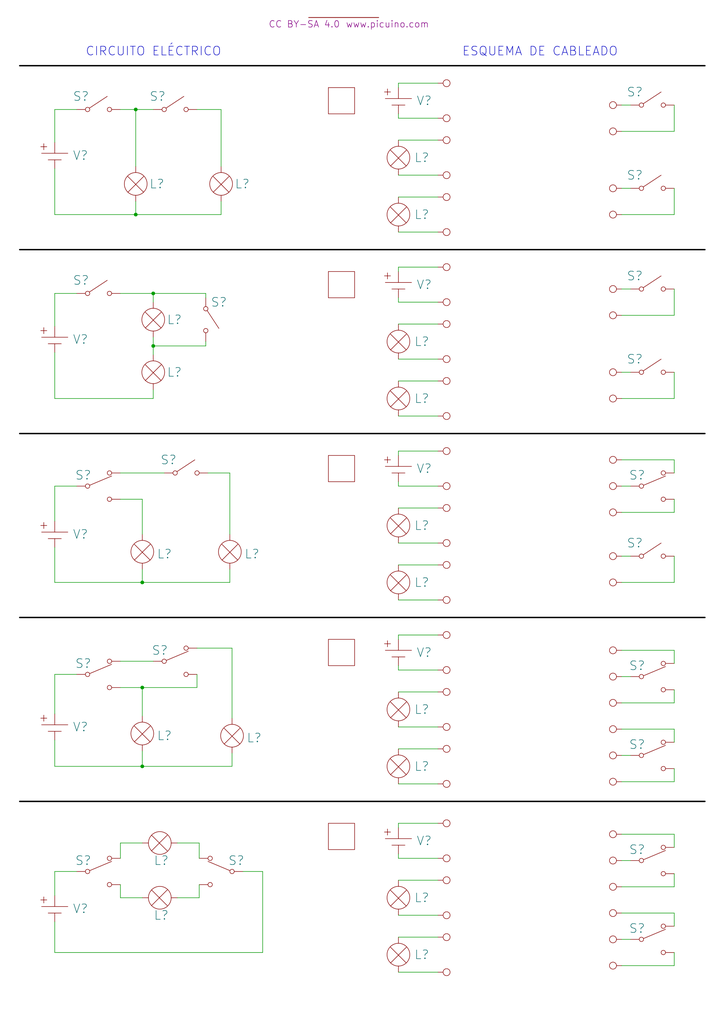
<source format=kicad_sch>
(kicad_sch (version 20211123) (generator eeschema)
  (paper "A4" portrait)
  (title_block (title "Cableado eléctrico") (date "19/10/2018") (company "www.picuino.com") (comment 1 "Copyright (c) 2018 by Carlos Pardo") (comment 2 "License CC BY-SA 4.0"))
  (lib_symbols
    (symbol "electric-cableado-rescue:CopyRight-simbolos" (pin_names (offset 1.016))
      (property "License" "CC BY-SA 4.0" (at -1.27 -1.27 0))
      (property "Web" "www.picuino.com" (at 0 -1.27 0))
      (symbol "CopyRight-simbolos_0_1"
        (polyline (pts (xy -10.16 0) (xy 10.16 0)) (stroke (width 0.2032)))
      )
    )
    (symbol "electric-cableado-rescue:Pila-simbolos" (pin_names (offset 1.016))
      (property "Reference" "V" (at 5.08 -4.445 0))
      (symbol "Pila-simbolos_0_1"
        (polyline (pts (xy -4.064 -1.27) (xy -2.286 -1.27)))
        (polyline (pts (xy -3.81 -3.175) (xy 3.81 -3.175)))
        (polyline (pts (xy -3.175 -0.381) (xy -3.175 -2.159)))
        (polyline (pts (xy -1.905 -5.08) (xy 1.905 -5.08)))
      )
      (symbol "Pila-simbolos_1_1"
        (pin input line (at 0 -7.62 90) (length 2.54) (name "") (number ""))
        (pin input line (at 0 0 270) (length 3.175) (name "") (number ""))
      )
    )
    (symbol "electric-cableado-rescue:conector-simbolos" (pin_names (offset 1.016))
      (symbol "conector-simbolos_0_1"
        (circle (center 2.54 0) (radius 1.016))
      )
      (symbol "conector-simbolos_1_1"
        (pin input line (at 0 0 0) (length 1.524) (name "") (number ""))
      )
    )
    (symbol "electric-cableado-rescue:lampara-simbolos" (pin_names (offset 1.016))
      (property "Reference" "L" (at 4.445 -5.08 0))
      (symbol "lampara-simbolos_0_1"
        (circle (center 0 -5.08) (radius 3.302))
        (polyline (pts (xy -2.286 -7.493) (xy 2.286 -2.921)))
        (polyline (pts (xy -2.286 -2.921) (xy 2.286 -7.493)))
      )
      (symbol "lampara-simbolos_1_1"
        (pin input line (at 0 -10.16 90) (length 1.778) (name "") (number ""))
        (pin input line (at 0 0 270) (length 1.778) (name "") (number ""))
      )
    )
    (symbol "electric-cableado-rescue:numero-simbolos" (pin_names (offset 1.016))
      (property "Value" "numero-simbolos" (at 0 0 0))
      (symbol "numero-simbolos_0_1"
        (rectangle (start -3.81 3.81) (end 3.81 -3.81))
      )
    )
    (symbol "electric-cableado-rescue:selector-simbolos" (pin_names (offset 1.016))
      (property "Reference" "S" (at 4.445 3.175 0))
      (symbol "selector-simbolos_0_0"
        (circle (center 3.175 0) (radius 0.635))
        (circle (center 9.525 -3.81) (radius 0.635))
        (circle (center 9.525 3.81) (radius 0.635))
      )
      (symbol "selector-simbolos_0_1"
        (polyline (pts (xy 10.16 2.921) (xy 3.81 0.254)))
      )
      (symbol "selector-simbolos_1_1"
        (pin input line (at 0 0 0) (length 2.54) (name "") (number ""))
        (pin input line (at 12.7 -3.81 180) (length 2.54) (name "") (number ""))
        (pin input line (at 12.7 3.81 180) (length 2.54) (name "") (number ""))
      )
    )
    (symbol "electric-cableado-rescue:switch-simbolos" (pin_names (offset 1.016))
      (property "Reference" "S" (at 4.445 3.175 0))
      (symbol "switch-simbolos_0_0"
        (polyline (pts (xy 8.89 3.81) (xy 3.683 0.381)))
        (circle (center 3.175 0) (radius 0.635))
        (circle (center 9.525 0) (radius 0.635))
      )
      (symbol "switch-simbolos_1_1"
        (pin input line (at 0 0 0) (length 2.54) (name "") (number ""))
        (pin input line (at 12.7 0 180) (length 2.54) (name "") (number ""))
      )
    )
  )
  (junction (at 41.275 199.39))
  (junction (at 41.275 222.25))
  (junction (at 39.37 62.23))
  (junction (at 41.275 168.91))
  (junction (at 39.37 31.75))
  (junction (at 44.45 100.33))
  (junction (at 44.45 85.09))
  (wire (pts (xy 34.925 31.75) (xy 39.37 31.75)))
  (polyline (pts (xy 5.715 232.41) (xy 204.47 232.41)) (stroke (width 0.4064) (type solid) (color 0 0 0 1)))
  (wire (pts (xy 195.58 226.695) (xy 195.58 222.885)))
  (wire (pts (xy 195.58 188.595) (xy 180.34 188.595)))
  (wire (pts (xy 115.57 217.17) (xy 127 217.17)))
  (wire (pts (xy 41.275 222.25) (xy 67.31 222.25)))
  (wire (pts (xy 41.275 199.39) (xy 57.15 199.39)))
  (wire (pts (xy 66.675 154.94) (xy 66.675 137.16)))
  (wire (pts (xy 115.57 265.43) (xy 127 265.43)))
  (wire (pts (xy 15.875 158.75) (xy 15.875 168.91)))
  (wire (pts (xy 115.57 194.31) (xy 115.57 193.04)))
  (wire (pts (xy 60.325 137.16) (xy 66.675 137.16)))
  (wire (pts (xy 180.34 38.1) (xy 195.58 38.1)))
  (wire (pts (xy 15.875 195.58) (xy 15.875 207.01)))
  (wire (pts (xy 44.45 113.03) (xy 44.45 115.57)))
  (wire (pts (xy 115.57 227.33) (xy 127 227.33)))
  (wire (pts (xy 180.34 226.695) (xy 195.58 226.695)))
  (wire (pts (xy 22.225 140.97) (xy 15.875 140.97)))
  (wire (pts (xy 115.57 67.31) (xy 127 67.31)))
  (wire (pts (xy 115.57 132.08) (xy 115.57 130.81)))
  (wire (pts (xy 59.69 85.09) (xy 59.69 86.36)))
  (wire (pts (xy 22.225 195.58) (xy 15.875 195.58)))
  (polyline (pts (xy 5.715 179.07) (xy 204.47 179.07)) (stroke (width 0.4064) (type solid) (color 0 0 0 1)))
  (wire (pts (xy 195.58 241.935) (xy 180.34 241.935)))
  (wire (pts (xy 115.57 255.27) (xy 127 255.27)))
  (wire (pts (xy 182.88 249.555) (xy 180.34 249.555)))
  (wire (pts (xy 57.15 199.39) (xy 57.15 195.58)))
  (wire (pts (xy 182.88 219.075) (xy 180.34 219.075)))
  (wire (pts (xy 182.88 83.82) (xy 180.34 83.82)))
  (wire (pts (xy 15.875 31.75) (xy 22.225 31.75)))
  (wire (pts (xy 115.57 50.8) (xy 127 50.8)))
  (polyline (pts (xy 5.715 19.05) (xy 204.47 19.05)) (stroke (width 0.4064) (type solid) (color 0 0 0 1)))
  (wire (pts (xy 41.275 165.1) (xy 41.275 168.91)))
  (wire (pts (xy 15.875 62.23) (xy 39.37 62.23)))
  (wire (pts (xy 115.57 281.94) (xy 127 281.94)))
  (wire (pts (xy 195.58 54.61) (xy 195.58 62.23)))
  (wire (pts (xy 115.57 248.92) (xy 127 248.92)))
  (wire (pts (xy 195.58 148.59) (xy 195.58 144.78)))
  (wire (pts (xy 115.57 57.15) (xy 127 57.15)))
  (wire (pts (xy 195.58 268.605) (xy 195.58 264.795)))
  (wire (pts (xy 195.58 107.95) (xy 195.58 115.57)))
  (wire (pts (xy 115.57 140.97) (xy 115.57 139.7)))
  (wire (pts (xy 15.875 48.895) (xy 15.875 62.23)))
  (wire (pts (xy 115.57 157.48) (xy 127 157.48)))
  (wire (pts (xy 15.875 85.09) (xy 22.225 85.09)))
  (wire (pts (xy 39.37 31.75) (xy 44.45 31.75)))
  (wire (pts (xy 15.875 267.335) (xy 15.875 276.225)))
  (wire (pts (xy 115.57 87.63) (xy 115.57 86.36)))
  (wire (pts (xy 115.57 210.82) (xy 127 210.82)))
  (wire (pts (xy 115.57 271.78) (xy 127 271.78)))
  (wire (pts (xy 15.875 140.97) (xy 15.875 151.13)))
  (wire (pts (xy 15.875 252.73) (xy 15.875 259.715)))
  (wire (pts (xy 115.57 173.99) (xy 127 173.99)))
  (wire (pts (xy 44.45 100.33) (xy 44.45 102.87)))
  (polyline (pts (xy 5.715 72.39) (xy 204.47 72.39)) (stroke (width 0.4064) (type solid) (color 0 0 0 1)))
  (wire (pts (xy 44.45 87.63) (xy 44.45 85.09)))
  (wire (pts (xy 182.88 54.61) (xy 180.34 54.61)))
  (wire (pts (xy 180.34 257.175) (xy 195.58 257.175)))
  (wire (pts (xy 57.785 260.35) (xy 57.785 256.54)))
  (wire (pts (xy 182.88 107.95) (xy 180.34 107.95)))
  (wire (pts (xy 70.485 252.73) (xy 76.2 252.73)))
  (wire (pts (xy 15.875 168.91) (xy 41.275 168.91)))
  (wire (pts (xy 34.925 256.54) (xy 34.925 260.35)))
  (wire (pts (xy 57.785 244.475) (xy 57.785 248.92)))
  (wire (pts (xy 59.69 100.33) (xy 44.45 100.33)))
  (wire (pts (xy 195.58 137.16) (xy 195.58 133.35)))
  (wire (pts (xy 115.57 194.31) (xy 127 194.31)))
  (wire (pts (xy 115.57 240.03) (xy 115.57 238.76)))
  (wire (pts (xy 115.57 34.29) (xy 115.57 33.02)))
  (wire (pts (xy 57.15 31.75) (xy 64.135 31.75)))
  (wire (pts (xy 115.57 200.66) (xy 127 200.66)))
  (wire (pts (xy 34.925 137.16) (xy 47.625 137.16)))
  (wire (pts (xy 51.435 260.35) (xy 57.785 260.35)))
  (wire (pts (xy 182.88 196.215) (xy 180.34 196.215)))
  (wire (pts (xy 115.57 248.92) (xy 115.57 247.65)))
  (wire (pts (xy 15.875 31.75) (xy 15.875 41.275)))
  (wire (pts (xy 115.57 238.76) (xy 127 238.76)))
  (wire (pts (xy 34.925 244.475) (xy 41.275 244.475)))
  (wire (pts (xy 76.2 252.73) (xy 76.2 276.225)))
  (wire (pts (xy 15.875 102.235) (xy 15.875 115.57)))
  (wire (pts (xy 182.88 272.415) (xy 180.34 272.415)))
  (wire (pts (xy 115.57 77.47) (xy 127 77.47)))
  (wire (pts (xy 115.57 40.64) (xy 127 40.64)))
  (wire (pts (xy 195.58 203.835) (xy 195.58 200.025)))
  (wire (pts (xy 39.37 62.23) (xy 64.135 62.23)))
  (wire (pts (xy 15.875 276.225) (xy 76.2 276.225)))
  (wire (pts (xy 195.58 83.82) (xy 195.58 91.44)))
  (wire (pts (xy 41.275 217.805) (xy 41.275 222.25)))
  (wire (pts (xy 66.675 168.91) (xy 66.675 165.1)))
  (wire (pts (xy 195.58 211.455) (xy 180.34 211.455)))
  (wire (pts (xy 182.88 30.48) (xy 180.34 30.48)))
  (polyline (pts (xy 5.715 125.73) (xy 204.47 125.73)) (stroke (width 0.4064) (type solid) (color 0 0 0 1)))
  (wire (pts (xy 34.925 248.92) (xy 34.925 244.475)))
  (wire (pts (xy 115.57 104.14) (xy 127 104.14)))
  (wire (pts (xy 195.58 30.48) (xy 195.58 38.1)))
  (wire (pts (xy 34.925 85.09) (xy 44.45 85.09)))
  (wire (pts (xy 34.925 260.35) (xy 41.275 260.35)))
  (wire (pts (xy 41.275 199.39) (xy 41.275 207.645)))
  (wire (pts (xy 15.875 85.09) (xy 15.875 94.615)))
  (wire (pts (xy 51.435 244.475) (xy 57.785 244.475)))
  (wire (pts (xy 195.58 192.405) (xy 195.58 188.595)))
  (wire (pts (xy 59.69 99.06) (xy 59.69 100.33)))
  (wire (pts (xy 115.57 185.42) (xy 115.57 184.15)))
  (wire (pts (xy 39.37 31.75) (xy 39.37 48.26)))
  (wire (pts (xy 15.875 115.57) (xy 44.45 115.57)))
  (wire (pts (xy 115.57 130.81) (xy 127 130.81)))
  (wire (pts (xy 115.57 120.65) (xy 127 120.65)))
  (wire (pts (xy 182.88 140.97) (xy 180.34 140.97)))
  (wire (pts (xy 34.925 144.78) (xy 41.275 144.78)))
  (wire (pts (xy 44.45 97.79) (xy 44.45 100.33)))
  (wire (pts (xy 41.275 168.91) (xy 66.675 168.91)))
  (wire (pts (xy 115.57 163.83) (xy 127 163.83)))
  (wire (pts (xy 180.34 203.835) (xy 195.58 203.835)))
  (wire (pts (xy 195.58 264.795) (xy 180.34 264.795)))
  (wire (pts (xy 34.925 191.77) (xy 44.45 191.77)))
  (wire (pts (xy 195.58 215.265) (xy 195.58 211.455)))
  (wire (pts (xy 180.34 148.59) (xy 195.58 148.59)))
  (wire (pts (xy 180.34 168.91) (xy 195.58 168.91)))
  (wire (pts (xy 195.58 133.35) (xy 180.34 133.35)))
  (wire (pts (xy 115.57 24.13) (xy 127 24.13)))
  (wire (pts (xy 41.275 144.78) (xy 41.275 154.94)))
  (wire (pts (xy 180.34 62.23) (xy 195.58 62.23)))
  (wire (pts (xy 115.57 25.4) (xy 115.57 24.13)))
  (wire (pts (xy 15.875 222.25) (xy 41.275 222.25)))
  (wire (pts (xy 195.58 280.035) (xy 195.58 276.225)))
  (wire (pts (xy 115.57 140.97) (xy 127 140.97)))
  (wire (pts (xy 115.57 93.98) (xy 127 93.98)))
  (wire (pts (xy 44.45 85.09) (xy 59.69 85.09)))
  (wire (pts (xy 67.31 218.44) (xy 67.31 222.25)))
  (wire (pts (xy 115.57 34.29) (xy 127 34.29)))
  (wire (pts (xy 180.34 91.44) (xy 195.58 91.44)))
  (wire (pts (xy 22.225 252.73) (xy 15.875 252.73)))
  (wire (pts (xy 115.57 110.49) (xy 127 110.49)))
  (wire (pts (xy 15.875 214.63) (xy 15.875 222.25)))
  (wire (pts (xy 115.57 78.74) (xy 115.57 77.47)))
  (wire (pts (xy 115.57 147.32) (xy 127 147.32)))
  (wire (pts (xy 195.58 161.29) (xy 195.58 168.91)))
  (wire (pts (xy 115.57 184.15) (xy 127 184.15)))
  (wire (pts (xy 64.135 31.75) (xy 64.135 48.26)))
  (wire (pts (xy 180.34 115.57) (xy 195.58 115.57)))
  (wire (pts (xy 67.31 187.96) (xy 67.31 208.28)))
  (wire (pts (xy 182.88 161.29) (xy 180.34 161.29)))
  (wire (pts (xy 195.58 245.745) (xy 195.58 241.935)))
  (wire (pts (xy 180.34 280.035) (xy 195.58 280.035)))
  (wire (pts (xy 34.925 199.39) (xy 41.275 199.39)))
  (wire (pts (xy 64.135 58.42) (xy 64.135 62.23)))
  (wire (pts (xy 115.57 87.63) (xy 127 87.63)))
  (wire (pts (xy 39.37 58.42) (xy 39.37 62.23)))
  (wire (pts (xy 57.15 187.96) (xy 67.31 187.96)))
  (wire (pts (xy 195.58 257.175) (xy 195.58 253.365)))
  (text "ESQUEMA DE CABLEADO" (at 133.985 16.51 0) (effects (font (size 2.54 2.54)) (justify left bottom)))
  (text "CIRCUITO ELÉCTRICO" (at 24.765 16.51 0) (effects (font (size 2.54 2.54)) (justify left bottom)))
  (symbol (lib_id "electric-cableado-rescue:Pila-simbolos") (at 15.875 207.01 0) (unit 1)
    (property "Reference" "V?" (at 20.955 210.82 0) (effects (font (size 2.54 2.54)) (justify left)))
  )
  (symbol (lib_id "electric-cableado-rescue:Pila-simbolos") (at 15.875 151.13 0) (unit 1)
    (property "Reference" "V?" (at 20.955 154.94 0) (effects (font (size 2.54 2.54)) (justify left)))
  )
  (symbol (lib_id "electric-cableado-rescue:lampara-simbolos") (at 66.675 154.94 0) (unit 1)
    (property "Reference" "L?" (at 70.7644 160.655 0) (effects (font (size 2.54 2.54)) (justify left)))
  )
  (symbol (lib_id "electric-cableado-rescue:lampara-simbolos") (at 41.275 154.94 0) (unit 1)
    (property "Reference" "L?" (at 45.3644 160.655 0) (effects (font (size 2.54 2.54)) (justify left)))
  )
  (symbol (lib_id "electric-cableado-rescue:lampara-simbolos") (at 115.57 147.32 0) (unit 1)
    (property "Reference" "L?" (at 120.015 152.4 0) (effects (font (size 2.54 2.54)) (justify left)))
  )
  (symbol (lib_id "electric-cableado-rescue:Pila-simbolos") (at 115.57 132.08 0) (unit 1)
    (property "Reference" "V?" (at 120.65 135.89 0) (effects (font (size 2.54 2.54)) (justify left)))
  )
  (symbol (lib_id "electric-cableado-rescue:lampara-simbolos") (at 115.57 163.83 0) (unit 1)
    (property "Reference" "L?" (at 120.015 168.91 0) (effects (font (size 2.54 2.54)) (justify left)))
  )
  (symbol (lib_id "electric-cableado-rescue:numero-simbolos") (at 99.06 135.89 0) (unit 1)
    (property "Reference" "N?" (effects hide))
  )
  (symbol (lib_id "electric-cableado-rescue:numero-simbolos") (at 99.06 189.23 0) (unit 1)
    (property "Reference" "N?" (effects hide))
  )
  (symbol (lib_id "electric-cableado-rescue:conector-simbolos") (at 127 130.81 0) (unit 1)
    (property "Reference" "o?" (effects hide))
  )
  (symbol (lib_id "electric-cableado-rescue:conector-simbolos") (at 127 140.97 0) (unit 1)
    (property "Reference" "o?" (effects hide))
  )
  (symbol (lib_id "electric-cableado-rescue:conector-simbolos") (at 127 147.32 0) (unit 1)
    (property "Reference" "o?" (effects hide))
  )
  (symbol (lib_id "electric-cableado-rescue:conector-simbolos") (at 127 157.48 0) (unit 1)
    (property "Reference" "o?" (effects hide))
  )
  (symbol (lib_id "electric-cableado-rescue:conector-simbolos") (at 127 163.83 0) (mirror x) (unit 1)
    (property "Reference" "o?" (effects hide))
  )
  (symbol (lib_id "electric-cableado-rescue:conector-simbolos") (at 127 173.99 0) (mirror x) (unit 1)
    (property "Reference" "o?" (effects hide))
  )
  (symbol (lib_id "electric-cableado-rescue:conector-simbolos") (at 180.34 161.29 180) (unit 1)
    (property "Reference" "o?" (effects hide))
  )
  (symbol (lib_id "electric-cableado-rescue:conector-simbolos") (at 180.34 168.91 180) (unit 1)
    (property "Reference" "o?" (effects hide))
  )
  (symbol (lib_id "electric-cableado-rescue:Pila-simbolos") (at 15.875 259.715 0) (unit 1)
    (property "Reference" "V?" (at 20.955 263.525 0) (effects (font (size 2.54 2.54)) (justify left)))
  )
  (symbol (lib_id "electric-cableado-rescue:lampara-simbolos") (at 51.435 260.35 270) (unit 1)
    (property "Reference" "L?" (at 44.45 265.43 90) (effects (font (size 2.54 2.54)) (justify left)))
  )
  (symbol (lib_id "electric-cableado-rescue:lampara-simbolos") (at 115.57 255.27 0) (unit 1)
    (property "Reference" "L?" (at 120.015 260.35 0) (effects (font (size 2.54 2.54)) (justify left)))
  )
  (symbol (lib_id "electric-cableado-rescue:Pila-simbolos") (at 115.57 240.03 0) (unit 1)
    (property "Reference" "V?" (at 120.65 243.84 0) (effects (font (size 2.54 2.54)) (justify left)))
  )
  (symbol (lib_id "electric-cableado-rescue:selector-simbolos") (at 182.88 249.555 0) (unit 1)
    (property "Reference" "S?" (at 187.325 246.38 0) (effects (font (size 2.54 2.54)) (justify right)))
  )
  (symbol (lib_id "electric-cableado-rescue:selector-simbolos") (at 182.88 272.415 0) (unit 1)
    (property "Reference" "S?" (at 187.325 269.24 0) (effects (font (size 2.54 2.54)) (justify right)))
  )
  (symbol (lib_id "electric-cableado-rescue:lampara-simbolos") (at 115.57 271.78 0) (unit 1)
    (property "Reference" "L?" (at 120.015 276.86 0) (effects (font (size 2.54 2.54)) (justify left)))
  )
  (symbol (lib_id "electric-cableado-rescue:numero-simbolos") (at 99.06 242.57 0) (unit 1)
    (property "Reference" "N?" (effects hide))
  )
  (symbol (lib_id "electric-cableado-rescue:conector-simbolos") (at 127 238.76 0) (unit 1)
    (property "Reference" "o?" (effects hide))
  )
  (symbol (lib_id "electric-cableado-rescue:conector-simbolos") (at 127 248.92 0) (unit 1)
    (property "Reference" "o?" (effects hide))
  )
  (symbol (lib_id "electric-cableado-rescue:conector-simbolos") (at 127 255.27 0) (unit 1)
    (property "Reference" "o?" (effects hide))
  )
  (symbol (lib_id "electric-cableado-rescue:conector-simbolos") (at 127 265.43 0) (unit 1)
    (property "Reference" "o?" (effects hide))
  )
  (symbol (lib_id "electric-cableado-rescue:conector-simbolos") (at 127 271.78 0) (mirror x) (unit 1)
    (property "Reference" "o?" (effects hide))
  )
  (symbol (lib_id "electric-cableado-rescue:conector-simbolos") (at 127 281.94 0) (mirror x) (unit 1)
    (property "Reference" "o?" (effects hide))
  )
  (symbol (lib_id "electric-cableado-rescue:conector-simbolos") (at 180.34 241.935 180) (unit 1)
    (property "Reference" "o?" (effects hide))
  )
  (symbol (lib_id "electric-cableado-rescue:conector-simbolos") (at 180.34 249.555 180) (unit 1)
    (property "Reference" "o?" (effects hide))
  )
  (symbol (lib_id "electric-cableado-rescue:conector-simbolos") (at 180.34 257.175 180) (unit 1)
    (property "Reference" "o?" (effects hide))
  )
  (symbol (lib_id "electric-cableado-rescue:conector-simbolos") (at 180.34 264.795 180) (unit 1)
    (property "Reference" "o?" (effects hide))
  )
  (symbol (lib_id "electric-cableado-rescue:conector-simbolos") (at 180.34 272.415 180) (unit 1)
    (property "Reference" "o?" (effects hide))
  )
  (symbol (lib_id "electric-cableado-rescue:conector-simbolos") (at 180.34 280.035 180) (unit 1)
    (property "Reference" "o?" (effects hide))
  )
  (symbol (lib_id "electric-cableado-rescue:switch-simbolos") (at 47.625 137.16 0) (unit 1)
    (property "Reference" "S?" (at 48.895 133.35 0) (effects (font (size 2.54 2.54))))
  )
  (symbol (lib_id "electric-cableado-rescue:switch-simbolos") (at 182.88 161.29 0) (unit 1)
    (property "Reference" "S?" (at 184.15 157.48 0) (effects (font (size 2.54 2.54))))
  )
  (symbol (lib_id "electric-cableado-rescue:lampara-simbolos") (at 41.275 207.645 0) (unit 1)
    (property "Reference" "L?" (at 45.3644 213.36 0) (effects (font (size 2.54 2.54)) (justify left)))
  )
  (symbol (lib_id "electric-cableado-rescue:lampara-simbolos") (at 67.31 208.28 0) (unit 1)
    (property "Reference" "L?" (at 71.3994 213.995 0) (effects (font (size 2.54 2.54)) (justify left)))
  )
  (symbol (lib_id "electric-cableado-rescue:lampara-simbolos") (at 115.57 200.66 0) (unit 1)
    (property "Reference" "L?" (at 120.015 205.74 0) (effects (font (size 2.54 2.54)) (justify left)))
  )
  (symbol (lib_id "electric-cableado-rescue:Pila-simbolos") (at 115.57 185.42 0) (unit 1)
    (property "Reference" "V?" (at 120.65 189.23 0) (effects (font (size 2.54 2.54)) (justify left)))
  )
  (symbol (lib_id "electric-cableado-rescue:lampara-simbolos") (at 115.57 217.17 0) (unit 1)
    (property "Reference" "L?" (at 120.015 222.25 0) (effects (font (size 2.54 2.54)) (justify left)))
  )
  (symbol (lib_id "electric-cableado-rescue:conector-simbolos") (at 127 184.15 0) (unit 1)
    (property "Reference" "o?" (effects hide))
  )
  (symbol (lib_id "electric-cableado-rescue:conector-simbolos") (at 127 194.31 0) (unit 1)
    (property "Reference" "o?" (effects hide))
  )
  (symbol (lib_id "electric-cableado-rescue:conector-simbolos") (at 127 200.66 0) (unit 1)
    (property "Reference" "o?" (effects hide))
  )
  (symbol (lib_id "electric-cableado-rescue:conector-simbolos") (at 127 210.82 0) (unit 1)
    (property "Reference" "o?" (effects hide))
  )
  (symbol (lib_id "electric-cableado-rescue:conector-simbolos") (at 127 217.17 0) (mirror x) (unit 1)
    (property "Reference" "o?" (effects hide))
  )
  (symbol (lib_id "electric-cableado-rescue:conector-simbolos") (at 127 227.33 0) (mirror x) (unit 1)
    (property "Reference" "o?" (effects hide))
  )
  (symbol (lib_id "electric-cableado-rescue:switch-simbolos") (at 22.225 31.75 0) (unit 1)
    (property "Reference" "S?" (at 23.495 27.94 0) (effects (font (size 2.54 2.54))))
  )
  (symbol (lib_id "electric-cableado-rescue:Pila-simbolos") (at 15.875 41.275 0) (unit 1)
    (property "Reference" "V?" (at 20.955 45.085 0) (effects (font (size 2.54 2.54)) (justify left)))
  )
  (symbol (lib_id "electric-cableado-rescue:lampara-simbolos") (at 39.37 48.26 0) (unit 1)
    (property "Reference" "L?" (at 43.18 53.34 0) (effects (font (size 2.54 2.54)) (justify left)))
  )
  (symbol (lib_id "electric-cableado-rescue:lampara-simbolos") (at 115.57 40.64 0) (unit 1)
    (property "Reference" "L?" (at 120.015 45.72 0) (effects (font (size 2.54 2.54)) (justify left)))
  )
  (symbol (lib_id "electric-cableado-rescue:Pila-simbolos") (at 115.57 25.4 0) (unit 1)
    (property "Reference" "V?" (at 120.65 29.21 0) (effects (font (size 2.54 2.54)) (justify left)))
  )
  (symbol (lib_id "electric-cableado-rescue:lampara-simbolos") (at 115.57 57.15 0) (unit 1)
    (property "Reference" "L?" (at 120.015 62.23 0) (effects (font (size 2.54 2.54)) (justify left)))
  )
  (symbol (lib_id "electric-cableado-rescue:conector-simbolos") (at 127 24.13 0) (unit 1)
    (property "Reference" "o?" (effects hide))
  )
  (symbol (lib_id "electric-cableado-rescue:conector-simbolos") (at 127 34.29 0) (unit 1)
    (property "Reference" "o?" (effects hide))
  )
  (symbol (lib_id "electric-cableado-rescue:conector-simbolos") (at 127 40.64 0) (unit 1)
    (property "Reference" "o?" (effects hide))
  )
  (symbol (lib_id "electric-cableado-rescue:conector-simbolos") (at 127 50.8 0) (unit 1)
    (property "Reference" "o?" (effects hide))
  )
  (symbol (lib_id "electric-cableado-rescue:conector-simbolos") (at 127 57.15 0) (mirror x) (unit 1)
    (property "Reference" "o?" (effects hide))
  )
  (symbol (lib_id "electric-cableado-rescue:conector-simbolos") (at 127 67.31 0) (mirror x) (unit 1)
    (property "Reference" "o?" (effects hide))
  )
  (symbol (lib_id "electric-cableado-rescue:conector-simbolos") (at 180.34 30.48 180) (unit 1)
    (property "Reference" "o?" (effects hide))
  )
  (symbol (lib_id "electric-cableado-rescue:conector-simbolos") (at 180.34 38.1 180) (unit 1)
    (property "Reference" "o?" (effects hide))
  )
  (symbol (lib_id "electric-cableado-rescue:conector-simbolos") (at 180.34 54.61 180) (unit 1)
    (property "Reference" "o?" (effects hide))
  )
  (symbol (lib_id "electric-cableado-rescue:conector-simbolos") (at 180.34 62.23 180) (unit 1)
    (property "Reference" "o?" (effects hide))
  )
  (symbol (lib_id "electric-cableado-rescue:switch-simbolos") (at 182.88 30.48 0) (unit 1)
    (property "Reference" "S?" (at 184.15 26.67 0) (effects (font (size 2.54 2.54))))
  )
  (symbol (lib_id "electric-cableado-rescue:switch-simbolos") (at 182.88 54.61 0) (unit 1)
    (property "Reference" "S?" (at 184.15 50.8 0) (effects (font (size 2.54 2.54))))
  )
  (symbol (lib_id "electric-cableado-rescue:numero-simbolos") (at 99.06 29.21 0) (unit 1)
    (property "Reference" "N?" (effects hide))
  )
  (symbol (lib_id "electric-cableado-rescue:lampara-simbolos") (at 64.135 48.26 0) (unit 1)
    (property "Reference" "L?" (at 67.945 53.34 0) (effects (font (size 2.54 2.54)) (justify left)))
  )
  (symbol (lib_id "electric-cableado-rescue:switch-simbolos") (at 44.45 31.75 0) (unit 1)
    (property "Reference" "S?" (at 45.72 27.94 0) (effects (font (size 2.54 2.54))))
  )
  (symbol (lib_id "electric-cableado-rescue:selector-simbolos") (at 22.225 140.97 0) (unit 1)
    (property "Reference" "S?" (at 26.67 137.795 0) (effects (font (size 2.54 2.54)) (justify right)))
  )
  (symbol (lib_id "electric-cableado-rescue:CopyRight-simbolos") (at 99.695 5.08 0) (unit 1)
    (property "Reference" "CP?" (effects hide))
    (property "License" "CC BY-SA 4.0" (at 88.265 6.985 0) (effects (font (size 1.905 1.905))))
    (property "Web" "www.picuino.com" (at 112.395 6.985 0) (effects (font (size 1.905 1.905))))
  )
  (symbol (lib_id "electric-cableado-rescue:selector-simbolos") (at 182.88 140.97 0) (unit 1)
    (property "Reference" "S?" (at 187.325 137.795 0) (effects (font (size 2.54 2.54)) (justify right)))
  )
  (symbol (lib_id "electric-cableado-rescue:conector-simbolos") (at 180.34 133.35 180) (unit 1)
    (property "Reference" "o?" (effects hide))
  )
  (symbol (lib_id "electric-cableado-rescue:conector-simbolos") (at 180.34 140.97 180) (unit 1)
    (property "Reference" "o?" (effects hide))
  )
  (symbol (lib_id "electric-cableado-rescue:conector-simbolos") (at 180.34 148.59 180) (unit 1)
    (property "Reference" "o?" (effects hide))
  )
  (symbol (lib_id "electric-cableado-rescue:selector-simbolos") (at 22.225 195.58 0) (unit 1)
    (property "Reference" "S?" (at 26.67 192.405 0) (effects (font (size 2.54 2.54)) (justify right)))
  )
  (symbol (lib_id "electric-cableado-rescue:selector-simbolos") (at 44.45 191.77 0) (unit 1)
    (property "Reference" "S?" (at 48.895 188.595 0) (effects (font (size 2.54 2.54)) (justify right)))
  )
  (symbol (lib_id "electric-cableado-rescue:selector-simbolos") (at 182.88 196.215 0) (unit 1)
    (property "Reference" "S?" (at 187.325 193.04 0) (effects (font (size 2.54 2.54)) (justify right)))
  )
  (symbol (lib_id "electric-cableado-rescue:selector-simbolos") (at 182.88 219.075 0) (unit 1)
    (property "Reference" "S?" (at 187.325 215.9 0) (effects (font (size 2.54 2.54)) (justify right)))
  )
  (symbol (lib_id "electric-cableado-rescue:conector-simbolos") (at 180.34 188.595 180) (unit 1)
    (property "Reference" "o?" (effects hide))
  )
  (symbol (lib_id "electric-cableado-rescue:conector-simbolos") (at 180.34 196.215 180) (unit 1)
    (property "Reference" "o?" (effects hide))
  )
  (symbol (lib_id "electric-cableado-rescue:conector-simbolos") (at 180.34 203.835 180) (unit 1)
    (property "Reference" "o?" (effects hide))
  )
  (symbol (lib_id "electric-cableado-rescue:conector-simbolos") (at 180.34 211.455 180) (unit 1)
    (property "Reference" "o?" (effects hide))
  )
  (symbol (lib_id "electric-cableado-rescue:conector-simbolos") (at 180.34 219.075 180) (unit 1)
    (property "Reference" "o?" (effects hide))
  )
  (symbol (lib_id "electric-cableado-rescue:conector-simbolos") (at 180.34 226.695 180) (unit 1)
    (property "Reference" "o?" (effects hide))
  )
  (symbol (lib_id "electric-cableado-rescue:switch-simbolos") (at 22.225 85.09 0) (unit 1)
    (property "Reference" "S?" (at 23.495 81.28 0) (effects (font (size 2.54 2.54))))
  )
  (symbol (lib_id "electric-cableado-rescue:Pila-simbolos") (at 15.875 94.615 0) (unit 1)
    (property "Reference" "V?" (at 20.955 98.425 0) (effects (font (size 2.54 2.54)) (justify left)))
  )
  (symbol (lib_id "electric-cableado-rescue:lampara-simbolos") (at 44.45 102.87 0) (unit 1)
    (property "Reference" "L?" (at 48.26 107.95 0) (effects (font (size 2.54 2.54)) (justify left)))
  )
  (symbol (lib_id "electric-cableado-rescue:lampara-simbolos") (at 115.57 93.98 0) (unit 1)
    (property "Reference" "L?" (at 120.015 99.06 0) (effects (font (size 2.54 2.54)) (justify left)))
  )
  (symbol (lib_id "electric-cableado-rescue:Pila-simbolos") (at 115.57 78.74 0) (unit 1)
    (property "Reference" "V?" (at 120.65 82.55 0) (effects (font (size 2.54 2.54)) (justify left)))
  )
  (symbol (lib_id "electric-cableado-rescue:lampara-simbolos") (at 115.57 110.49 0) (unit 1)
    (property "Reference" "L?" (at 120.015 115.57 0) (effects (font (size 2.54 2.54)) (justify left)))
  )
  (symbol (lib_id "electric-cableado-rescue:conector-simbolos") (at 127 77.47 0) (unit 1)
    (property "Reference" "o?" (effects hide))
  )
  (symbol (lib_id "electric-cableado-rescue:conector-simbolos") (at 127 87.63 0) (unit 1)
    (property "Reference" "o?" (effects hide))
  )
  (symbol (lib_id "electric-cableado-rescue:conector-simbolos") (at 127 93.98 0) (unit 1)
    (property "Reference" "o?" (effects hide))
  )
  (symbol (lib_id "electric-cableado-rescue:conector-simbolos") (at 127 104.14 0) (unit 1)
    (property "Reference" "o?" (effects hide))
  )
  (symbol (lib_id "electric-cableado-rescue:conector-simbolos") (at 127 110.49 0) (mirror x) (unit 1)
    (property "Reference" "o?" (effects hide))
  )
  (symbol (lib_id "electric-cableado-rescue:conector-simbolos") (at 127 120.65 0) (mirror x) (unit 1)
    (property "Reference" "o?" (effects hide))
  )
  (symbol (lib_id "electric-cableado-rescue:conector-simbolos") (at 180.34 83.82 180) (unit 1)
    (property "Reference" "o?" (effects hide))
  )
  (symbol (lib_id "electric-cableado-rescue:conector-simbolos") (at 180.34 91.44 180) (unit 1)
    (property "Reference" "o?" (effects hide))
  )
  (symbol (lib_id "electric-cableado-rescue:conector-simbolos") (at 180.34 107.95 180) (unit 1)
    (property "Reference" "o?" (effects hide))
  )
  (symbol (lib_id "electric-cableado-rescue:conector-simbolos") (at 180.34 115.57 180) (unit 1)
    (property "Reference" "o?" (effects hide))
  )
  (symbol (lib_id "electric-cableado-rescue:switch-simbolos") (at 182.88 83.82 0) (unit 1)
    (property "Reference" "S?" (at 184.15 80.01 0) (effects (font (size 2.54 2.54))))
  )
  (symbol (lib_id "electric-cableado-rescue:switch-simbolos") (at 182.88 107.95 0) (unit 1)
    (property "Reference" "S?" (at 184.15 104.14 0) (effects (font (size 2.54 2.54))))
  )
  (symbol (lib_id "electric-cableado-rescue:numero-simbolos") (at 99.06 82.55 0) (unit 1)
    (property "Reference" "N?" (effects hide))
  )
  (symbol (lib_id "electric-cableado-rescue:lampara-simbolos") (at 44.45 87.63 0) (unit 1)
    (property "Reference" "L?" (at 48.26 92.71 0) (effects (font (size 2.54 2.54)) (justify left)))
  )
  (symbol (lib_id "electric-cableado-rescue:switch-simbolos") (at 59.69 86.36 270) (unit 1)
    (property "Reference" "S?" (at 63.5 87.63 90) (effects (font (size 2.54 2.54))))
  )
  (symbol (lib_id "electric-cableado-rescue:lampara-simbolos") (at 51.435 244.475 270) (unit 1)
    (property "Reference" "L?" (at 44.45 249.555 90) (effects (font (size 2.54 2.54)) (justify left)))
  )
  (symbol (lib_id "electric-cableado-rescue:selector-simbolos") (at 22.225 252.73 0) (unit 1)
    (property "Reference" "S?" (at 26.67 249.555 0) (effects (font (size 2.54 2.54)) (justify right)))
  )
  (symbol (lib_id "electric-cableado-rescue:selector-simbolos") (at 70.485 252.73 0) (mirror y) (unit 1)
    (property "Reference" "S?" (at 66.04 249.555 0) (effects (font (size 2.54 2.54)) (justify right)))
  )
)
</source>
